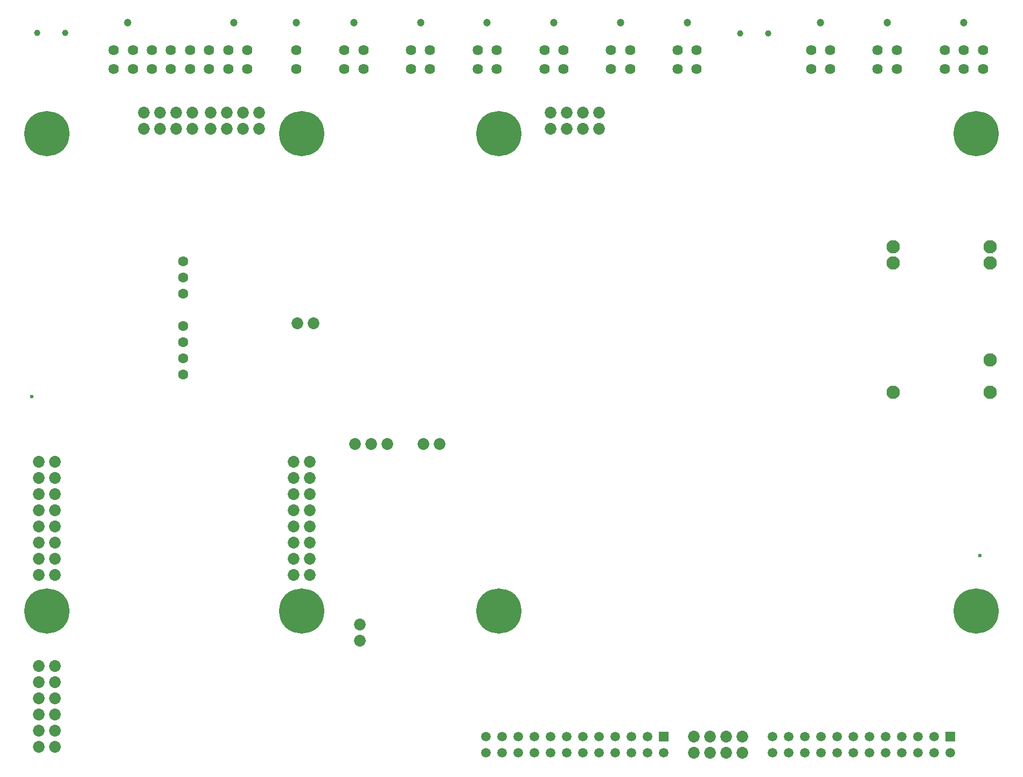
<source format=gbs>
G04*
G04 #@! TF.GenerationSoftware,Altium Limited,Altium Designer,21.4.1 (30)*
G04*
G04 Layer_Color=16711935*
%FSLAX25Y25*%
%MOIN*%
G70*
G04*
G04 #@! TF.SameCoordinates,ABD127B9-61DE-435D-9B50-71DF74D21850*
G04*
G04*
G04 #@! TF.FilePolarity,Negative*
G04*
G01*
G75*
%ADD135C,0.02362*%
%ADD136C,0.05912*%
%ADD137R,0.05912X0.05912*%
%ADD138C,0.07290*%
%ADD139C,0.06306*%
%ADD140C,0.08274*%
%ADD141C,0.03943*%
%ADD142C,0.04737*%
%ADD143C,0.06400*%
%ADD144C,0.27959*%
D135*
X18307Y230886D02*
D03*
X604675Y132623D02*
D03*
D136*
X496504Y10756D02*
D03*
X506504D02*
D03*
X476504D02*
D03*
X486504D02*
D03*
X476504Y20756D02*
D03*
X486504D02*
D03*
X496504D02*
D03*
X506504D02*
D03*
X546504Y10756D02*
D03*
X556504D02*
D03*
X526504D02*
D03*
X536504D02*
D03*
X566504D02*
D03*
X576504D02*
D03*
X516504Y20756D02*
D03*
Y10756D02*
D03*
X526504Y20756D02*
D03*
X546504D02*
D03*
X536504D02*
D03*
X566504D02*
D03*
X586504Y10756D02*
D03*
X556504Y20756D02*
D03*
X576504D02*
D03*
X319331Y10745D02*
D03*
X329331D02*
D03*
X299331D02*
D03*
X309331D02*
D03*
X299331Y20745D02*
D03*
X309331D02*
D03*
X319331D02*
D03*
X329331D02*
D03*
X369331Y10745D02*
D03*
X379331D02*
D03*
X349331D02*
D03*
X359331D02*
D03*
X389331D02*
D03*
X399331D02*
D03*
X339331Y20745D02*
D03*
Y10745D02*
D03*
X349331Y20745D02*
D03*
X369331D02*
D03*
X359331D02*
D03*
X389331D02*
D03*
X409331Y10745D02*
D03*
X379331Y20745D02*
D03*
X399331D02*
D03*
D137*
X586504Y20756D02*
D03*
X409331Y20745D02*
D03*
D138*
X339331Y396575D02*
D03*
Y406575D02*
D03*
X369331D02*
D03*
Y396575D02*
D03*
X359331Y406575D02*
D03*
Y396575D02*
D03*
X349331D02*
D03*
Y406575D02*
D03*
X218125Y201816D02*
D03*
X228125D02*
D03*
X238125D02*
D03*
X22559Y150669D02*
D03*
Y120669D02*
D03*
Y170669D02*
D03*
Y190669D02*
D03*
Y140669D02*
D03*
X32559Y130669D02*
D03*
Y120669D02*
D03*
X22559Y130669D02*
D03*
X32559Y140669D02*
D03*
Y150669D02*
D03*
X22559Y160669D02*
D03*
X32559D02*
D03*
X22559Y180669D02*
D03*
X32559D02*
D03*
Y170669D02*
D03*
Y190669D02*
D03*
X22500Y24370D02*
D03*
Y44370D02*
D03*
Y14370D02*
D03*
X32500Y24370D02*
D03*
Y14370D02*
D03*
X22500Y34370D02*
D03*
X32500D02*
D03*
X22500Y64370D02*
D03*
Y54370D02*
D03*
X32500D02*
D03*
Y44370D02*
D03*
Y64370D02*
D03*
X128701Y406575D02*
D03*
X158701Y396575D02*
D03*
X128701D02*
D03*
X148701D02*
D03*
X138701D02*
D03*
Y406575D02*
D03*
X148701D02*
D03*
X158701D02*
D03*
X182440Y276287D02*
D03*
X192440D02*
D03*
X427913Y20748D02*
D03*
X457913Y10748D02*
D03*
X427913D02*
D03*
X447913D02*
D03*
X437913D02*
D03*
Y20748D02*
D03*
X447913D02*
D03*
X457913D02*
D03*
X221250Y79941D02*
D03*
Y89941D02*
D03*
X270625Y201816D02*
D03*
X260625D02*
D03*
X180039Y150669D02*
D03*
Y120669D02*
D03*
Y170669D02*
D03*
Y190669D02*
D03*
Y140669D02*
D03*
X190039Y130669D02*
D03*
Y120669D02*
D03*
X180039Y130669D02*
D03*
X190039Y140669D02*
D03*
Y150669D02*
D03*
X180039Y160669D02*
D03*
X190039D02*
D03*
X180039Y180669D02*
D03*
X190039D02*
D03*
Y170669D02*
D03*
Y190669D02*
D03*
X87362Y406575D02*
D03*
X117362Y396575D02*
D03*
X87362D02*
D03*
X97362D02*
D03*
X107362D02*
D03*
X97362Y406575D02*
D03*
X107362D02*
D03*
X117362D02*
D03*
D139*
X111713Y264606D02*
D03*
Y254606D02*
D03*
Y244606D02*
D03*
Y274606D02*
D03*
Y294606D02*
D03*
Y314606D02*
D03*
Y304606D02*
D03*
D140*
X611250Y313741D02*
D03*
Y323741D02*
D03*
X551250D02*
D03*
Y313741D02*
D03*
Y233741D02*
D03*
X611250Y253741D02*
D03*
Y233741D02*
D03*
D141*
X21359Y455864D02*
D03*
X38682D02*
D03*
X456377Y455700D02*
D03*
X473700D02*
D03*
D142*
X143086Y462441D02*
D03*
X77386D02*
D03*
X595000D02*
D03*
X423750D02*
D03*
X181890D02*
D03*
X506250D02*
D03*
X547500D02*
D03*
X217500D02*
D03*
X258750D02*
D03*
X300000D02*
D03*
X341250D02*
D03*
X382500D02*
D03*
D143*
X68937Y445441D02*
D03*
X80736D02*
D03*
X92535D02*
D03*
X127937D02*
D03*
X116138D02*
D03*
X151535D02*
D03*
X68937Y433642D02*
D03*
X80736D02*
D03*
X92535D02*
D03*
X127937D02*
D03*
X116138D02*
D03*
X151535D02*
D03*
X104334Y445441D02*
D03*
X139736D02*
D03*
X104334Y433642D02*
D03*
X139736D02*
D03*
X583252D02*
D03*
X595000D02*
D03*
X606748D02*
D03*
Y445441D02*
D03*
X595000D02*
D03*
X583252D02*
D03*
X417848Y433642D02*
D03*
X429652D02*
D03*
Y445441D02*
D03*
X417848D02*
D03*
X181890Y433642D02*
D03*
Y445441D02*
D03*
X500348Y433642D02*
D03*
X512152D02*
D03*
Y445441D02*
D03*
X500348D02*
D03*
X541598Y433642D02*
D03*
X553402D02*
D03*
Y445441D02*
D03*
X541598D02*
D03*
X211598Y433642D02*
D03*
X223402D02*
D03*
Y445441D02*
D03*
X211598D02*
D03*
X252848Y433642D02*
D03*
X264652D02*
D03*
Y445441D02*
D03*
X252848D02*
D03*
X294098Y433642D02*
D03*
X305902D02*
D03*
Y445441D02*
D03*
X294098D02*
D03*
X335348Y433642D02*
D03*
X347152D02*
D03*
Y445441D02*
D03*
X335348D02*
D03*
X376598Y433642D02*
D03*
X388402D02*
D03*
Y445441D02*
D03*
X376598D02*
D03*
D144*
X602362Y393701D02*
D03*
X307087D02*
D03*
X185039D02*
D03*
X27559D02*
D03*
Y98425D02*
D03*
X185039D02*
D03*
X307087D02*
D03*
X602362D02*
D03*
M02*

</source>
